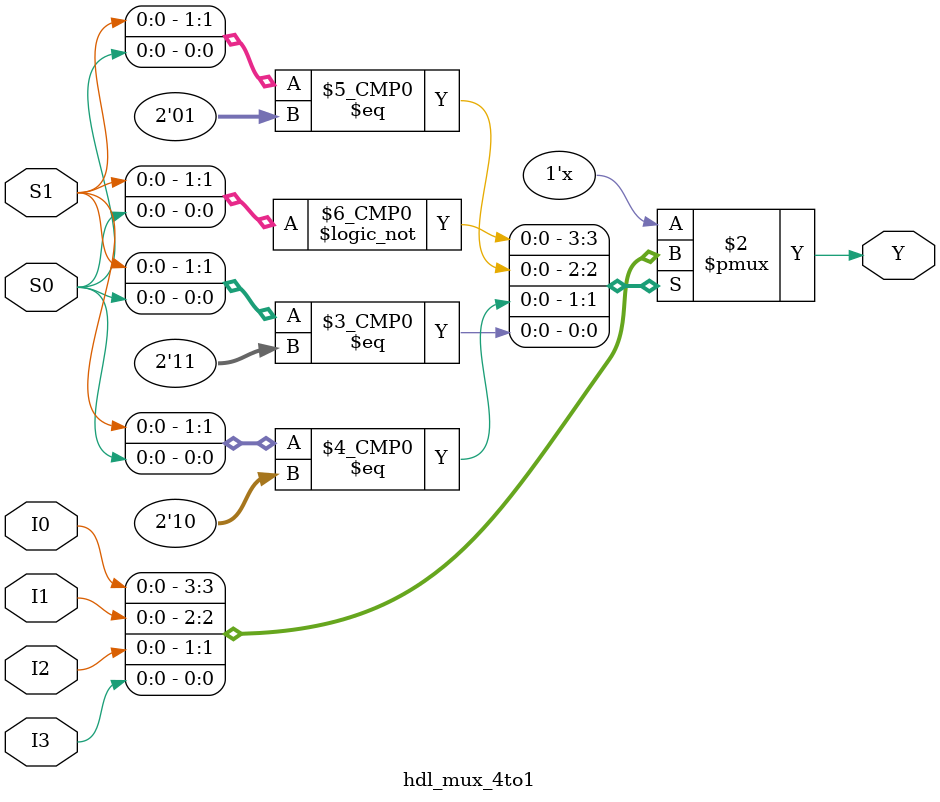
<source format=v>
module hdl_mux_4to1(
    input I0, I1, I2, I3,
    input S1, S0,
    output reg Y
);

    always @(*) begin
        case ({S1, S0})
            2'b00: Y = I0;
            2'b01: Y = I1;
            2'b10: Y = I2;
            2'b11: Y = I3;
            default: Y = 1'b0;
        endcase
    end

endmodule

</source>
